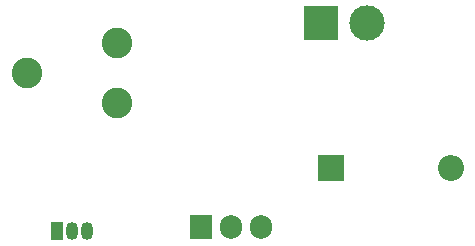
<source format=gbr>
%TF.GenerationSoftware,KiCad,Pcbnew,9.0.0*%
%TF.CreationDate,2025-03-25T11:32:13+05:30*%
%TF.ProjectId,solarpannel_project,736f6c61-7270-4616-9e6e-656c5f70726f,rev?*%
%TF.SameCoordinates,Original*%
%TF.FileFunction,Soldermask,Bot*%
%TF.FilePolarity,Negative*%
%FSLAX46Y46*%
G04 Gerber Fmt 4.6, Leading zero omitted, Abs format (unit mm)*
G04 Created by KiCad (PCBNEW 9.0.0) date 2025-03-25 11:32:13*
%MOMM*%
%LPD*%
G01*
G04 APERTURE LIST*
%ADD10C,2.590800*%
%ADD11C,3.000000*%
%ADD12R,3.000000X3.000000*%
%ADD13O,2.200000X2.200000*%
%ADD14R,2.200000X2.200000*%
%ADD15O,1.905000X2.000000*%
%ADD16R,1.905000X2.000000*%
%ADD17O,1.050000X1.500000*%
%ADD18R,1.050000X1.500000*%
G04 APERTURE END LIST*
D10*
%TO.C,Lithium-ion-battery1*%
X136750000Y-88040000D03*
X136750000Y-82960000D03*
X129130000Y-85500000D03*
%TD*%
D11*
%TO.C,Solarpanel1*%
X157972500Y-81250000D03*
D12*
X154092500Y-81250000D03*
%TD*%
D13*
%TO.C,D1*%
X165080000Y-93500000D03*
D14*
X154920000Y-93500000D03*
%TD*%
D15*
%TO.C,U1*%
X149000000Y-98500000D03*
X146460000Y-98500000D03*
D16*
X143920000Y-98500000D03*
%TD*%
D17*
%TO.C,Q1*%
X134270000Y-98860000D03*
X133000000Y-98860000D03*
D18*
X131730000Y-98860000D03*
%TD*%
M02*

</source>
